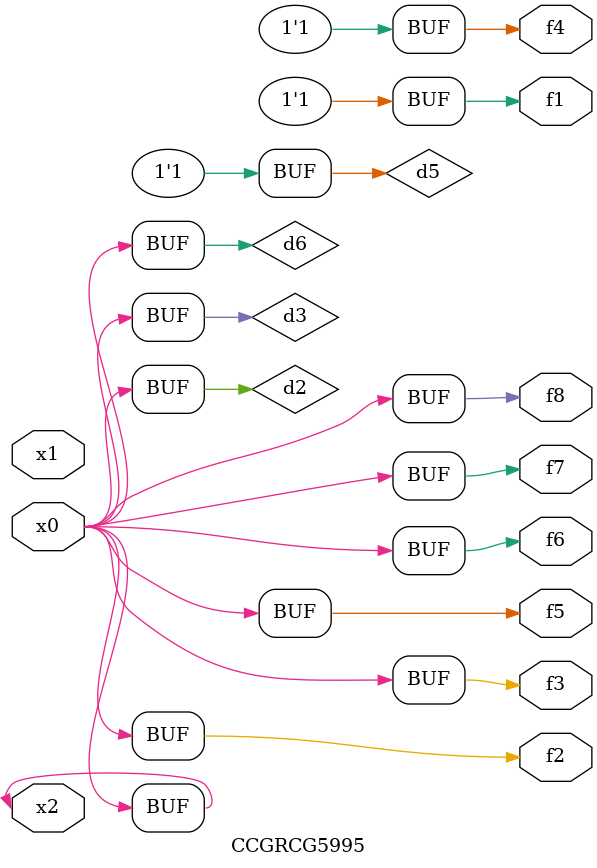
<source format=v>
module CCGRCG5995(
	input x0, x1, x2,
	output f1, f2, f3, f4, f5, f6, f7, f8
);

	wire d1, d2, d3, d4, d5, d6;

	xnor (d1, x2);
	buf (d2, x0, x2);
	and (d3, x0);
	xnor (d4, x1, x2);
	nand (d5, d1, d3);
	buf (d6, d2, d3);
	assign f1 = d5;
	assign f2 = d6;
	assign f3 = d6;
	assign f4 = d5;
	assign f5 = d6;
	assign f6 = d6;
	assign f7 = d6;
	assign f8 = d6;
endmodule

</source>
